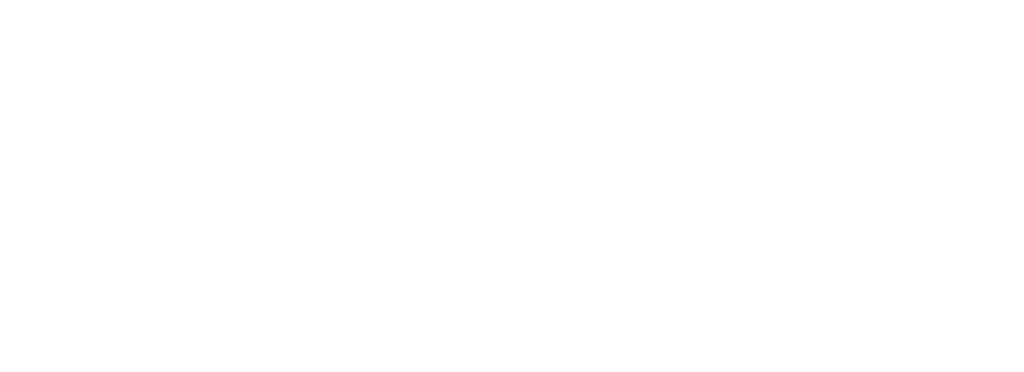
<source format=kicad_pcb>
(kicad_pcb (version 20240108) (generator pcbnew)
  (layers (0 "F.Cu" signal) (31 "B.Cu" signal) (34 "B.Paste" user) (35 "F.Paste" user) (36 "B.SilkS" user "B.Silkscreen") (37 "F.SilkS" user "F.Silkscreen") (38 "B.Mask" user) (39 "F.Mask" user) (44 "Edge.Cuts" user))
  (net 0 "")
  (footprint "MountingHole_6.4mm_M6_DIN965" (layer "F.Cu") (at 0 0)
    (property "Reference" "REF**")
    (property "Value" "MountingHole_6.4mm_M6_DIN965")
    (pad "" np_thru_hole circle (at 0 0) (size 6.4 6.4) (drill 6.4) (layers *.Cu *.Mask))
  )
)
</source>
